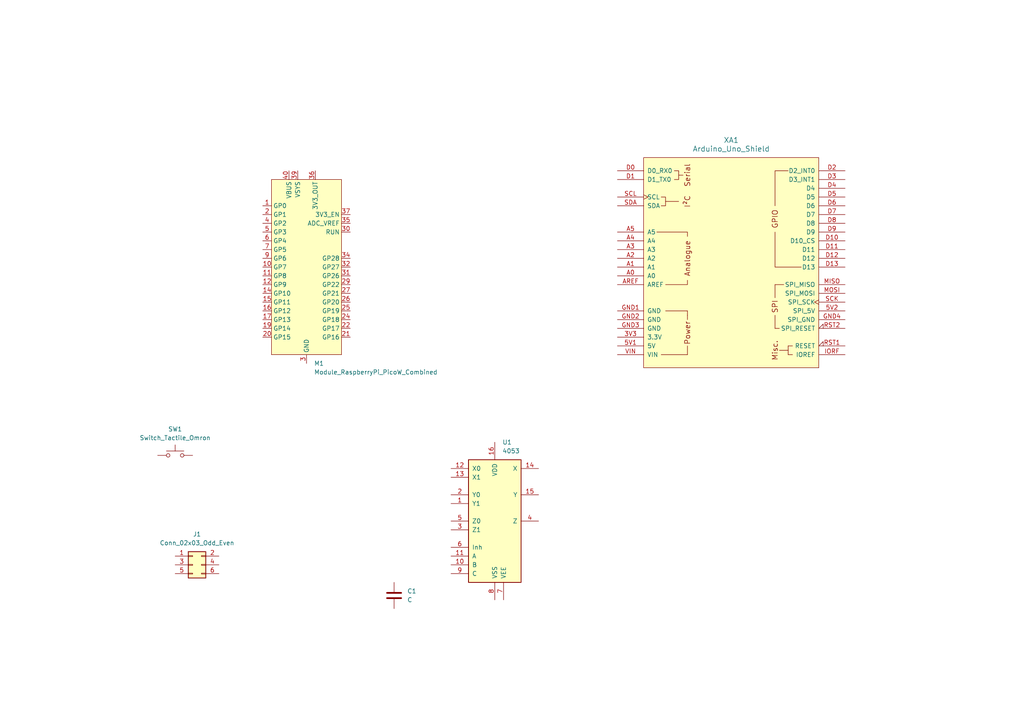
<source format=kicad_sch>
(kicad_sch (version 20230121) (generator eeschema)
  (paper "A4")
  (lib_symbols
    (symbol "4xxx:4053" (pin_names (offset 1.016))
      (property "Reference" "U" (at -7.62 19.05 0))
      (property "Value" "4053" (at -7.62 -19.05 0))
      (symbol "4053_1_0"
        (pin passive line (at -12.7 5.08 0) (length 5.08) (name "Y1") (number "1"))
        (pin input line (at -12.7 -12.7 0) (length 5.08) (name "B") (number "10"))
        (pin input line (at -12.7 -10.16 0) (length 5.08) (name "A") (number "11"))
        (pin passive line (at -12.7 15.24 0) (length 5.08) (name "X0") (number "12"))
        (pin passive line (at -12.7 12.7 0) (length 5.08) (name "X1") (number "13"))
        (pin passive line (at 12.7 15.24 180) (length 5.08) (name "X") (number "14"))
        (pin passive line (at 12.7 7.62 180) (length 5.08) (name "Y") (number "15"))
        (pin power_in line (at 0 22.86 270) (length 5.08) (name "VDD") (number "16"))
        (pin passive line (at -12.7 7.62 0) (length 5.08) (name "Y0") (number "2"))
        (pin passive line (at -12.7 -2.54 0) (length 5.08) (name "Z1") (number "3"))
        (pin passive line (at 12.7 0 180) (length 5.08) (name "Z") (number "4"))
        (pin passive line (at -12.7 0 0) (length 5.08) (name "Z0") (number "5"))
        (pin input line (at -12.7 -7.62 0) (length 5.08) (name "Inh") (number "6"))
        (pin power_in line (at 2.54 -22.86 90) (length 5.08) (name "VEE") (number "7"))
        (pin power_in line (at 0 -22.86 90) (length 5.08) (name "VSS") (number "8"))
        (pin input line (at -12.7 -15.24 0) (length 5.08) (name "C") (number "9"))
      )
      (symbol "4053_1_1"
        (rectangle (start -7.62 17.78) (end 7.62 -17.78) (stroke (width 0.254)) (fill (type background)))
      )
    )
    (symbol "Connector_Generic:Conn_02x03_Odd_Even" (pin_names (offset 1.016) hide)
      (property "Reference" "J" (at 1.27 5.08 0))
      (property "Value" "Conn_02x03_Odd_Even" (at 1.27 -5.08 0))
      (symbol "Conn_02x03_Odd_Even_1_1"
        (rectangle (start -1.27 -2.413) (end 0 -2.667) (stroke (width 0.1524)))
        (rectangle (start -1.27 0.127) (end 0 -0.127) (stroke (width 0.1524)))
        (rectangle (start -1.27 2.667) (end 0 2.413) (stroke (width 0.1524)))
        (rectangle (start -1.27 3.81) (end 3.81 -3.81) (stroke (width 0.254)) (fill (type background)))
        (rectangle (start 3.81 -2.413) (end 2.54 -2.667) (stroke (width 0.1524)))
        (rectangle (start 3.81 0.127) (end 2.54 -0.127) (stroke (width 0.1524)))
        (rectangle (start 3.81 2.667) (end 2.54 2.413) (stroke (width 0.1524)))
        (pin passive line (at -5.08 2.54 0) (length 3.81) (name "Pin_1") (number "1"))
        (pin passive line (at 7.62 2.54 180) (length 3.81) (name "Pin_2") (number "2"))
        (pin passive line (at -5.08 0 0) (length 3.81) (name "Pin_3") (number "3"))
        (pin passive line (at 7.62 0 180) (length 3.81) (name "Pin_4") (number "4"))
        (pin passive line (at -5.08 -2.54 0) (length 3.81) (name "Pin_5") (number "5"))
        (pin passive line (at 7.62 -2.54 180) (length 3.81) (name "Pin_6") (number "6"))
      )
    )
    (symbol "Device:C" (pin_numbers hide) (pin_names (offset 0.254))
      (property "Reference" "C" (at 0.635 2.54 0))
      (property "Value" "C" (at 0.635 -2.54 0))
      (symbol "C_0_1"
        (polyline (pts (xy -2.032 -0.762) (xy 2.032 -0.762)) (stroke (width 0.508)))
        (polyline (pts (xy -2.032 0.762) (xy 2.032 0.762)) (stroke (width 0.508)))
      )
      (symbol "C_1_1"
        (pin passive line (at 0 3.81 270) (length 2.794) (name "~") (number "1"))
        (pin passive line (at 0 -3.81 90) (length 2.794) (name "~") (number "2"))
      )
    )
    (symbol "arduino:Arduino_Uno_Shield" (pin_names (offset 1.016))
      (property "Reference" "XA" (at 2.54 0 90))
      (property "Value" "Arduino_Uno_Shield" (at -2.54 0 90))
      (symbol "Arduino_Uno_Shield_0_0"
        (rectangle (start -25.4 30.48) (end 25.4 -30.48) (fill (type background)))
        (rectangle (start -20.32 -26.67) (end -12.7 -26.67))
        (rectangle (start -19.05 -13.97) (end -12.7 -13.97))
        (polyline (pts (xy -19.05 17.78) (xy -15.24 17.78)))
        (polyline (pts (xy -15.24 25.4) (xy -13.97 25.4)))
        (polyline (pts (xy -12.7 -26.67) (xy -12.7 -24.13)))
        (polyline (pts (xy -12.7 -15.24) (xy -12.7 -16.51)))
        (polyline (pts (xy -12.7 -13.97) (xy -12.7 -15.24)))
        (polyline (pts (xy -12.7 -5.08) (xy -12.7 -6.35) (xy -19.05 -6.35)))
        (polyline (pts (xy -12.7 7.62) (xy -12.7 8.89) (xy -21.59 8.89)))
        (polyline (pts (xy 12.7 8.89) (xy 12.7 -1.27) (xy 20.32 -1.27)))
        (polyline (pts (xy 12.7 16.51) (xy 12.7 26.67) (xy 16.51 26.67)))
        (polyline (pts (xy -20.32 19.05) (xy -19.05 19.05) (xy -19.05 16.51) (xy -20.32 16.51)))
        (polyline (pts (xy -16.51 26.67) (xy -15.24 26.67) (xy -15.24 24.13) (xy -16.51 24.13)))
        (rectangle (start 12.7 -19.05) (end 12.7 -15.24))
        (rectangle (start 12.7 -10.16) (end 12.7 -6.35))
        (rectangle (start 13.97 -19.05) (end 12.7 -19.05))
        (rectangle (start 15.24 -6.35) (end 12.7 -6.35))
        (rectangle (start 16.51 -25.4) (end 13.97 -25.4))
        (rectangle (start 16.51 -24.13) (end 16.51 -26.67))
        (rectangle (start 17.78 -26.67) (end 16.51 -26.67))
        (rectangle (start 17.78 -24.13) (end 16.51 -24.13))
        (text "Analogue" (at -12.7 1.27 900) (effects (font (size 1.524 1.524))))
        (text "I²C" (at -12.7 17.78 900) (effects (font (size 1.524 1.524))))
        (text "Misc." (at 12.7 -25.4 900) (effects (font (size 1.524 1.524))))
        (text "Power" (at -12.7 -20.32 900) (effects (font (size 1.524 1.524))))
        (text "Serial" (at -12.7 25.4 900) (effects (font (size 1.524 1.524))))
        (text "SPI" (at 12.7 -12.7 900) (effects (font (size 1.524 1.524))))
      )
      (symbol "Arduino_Uno_Shield_1_0"
        (text "GPIO" (at 12.7 12.7 900) (effects (font (size 1.524 1.524))))
      )
      (symbol "Arduino_Uno_Shield_1_1"
        (pin power_in line (at -33.02 -21.59 0) (length 7.62) (name "3.3V") (number "3V3"))
        (pin power_in line (at -33.02 -24.13 0) (length 7.62) (name "5V") (number "5V1"))
        (pin power_in line (at 33.02 -13.97 180) (length 7.62) (name "SPI_5V") (number "5V2"))
        (pin bidirectional line (at -33.02 -3.81 0) (length 7.62) (name "A0") (number "A0"))
        (pin bidirectional line (at -33.02 -1.27 0) (length 7.62) (name "A1") (number "A1"))
        (pin bidirectional line (at -33.02 1.27 0) (length 7.62) (name "A2") (number "A2"))
        (pin bidirectional line (at -33.02 3.81 0) (length 7.62) (name "A3") (number "A3"))
        (pin bidirectional line (at -33.02 6.35 0) (length 7.62) (name "A4") (number "A4"))
        (pin bidirectional line (at -33.02 8.89 0) (length 7.62) (name "A5") (number "A5"))
        (pin input line (at -33.02 -6.35 0) (length 7.62) (name "AREF") (number "AREF"))
        (pin bidirectional line (at -33.02 26.67 0) (length 7.62) (name "D0_RX0") (number "D0"))
        (pin bidirectional line (at -33.02 24.13 0) (length 7.62) (name "D1_TX0") (number "D1"))
        (pin bidirectional line (at 33.02 6.35 180) (length 7.62) (name "D10_CS") (number "D10"))
        (pin bidirectional line (at 33.02 3.81 180) (length 7.62) (name "D11") (number "D11"))
        (pin bidirectional line (at 33.02 1.27 180) (length 7.62) (name "D12") (number "D12"))
        (pin bidirectional line (at 33.02 -1.27 180) (length 7.62) (name "D13") (number "D13"))
        (pin bidirectional line (at 33.02 26.67 180) (length 7.62) (name "D2_INT0") (number "D2"))
        (pin bidirectional line (at 33.02 24.13 180) (length 7.62) (name "D3_INT1") (number "D3"))
        (pin bidirectional line (at 33.02 21.59 180) (length 7.62) (name "D4") (number "D4"))
        (pin bidirectional line (at 33.02 19.05 180) (length 7.62) (name "D5") (number "D5"))
        (pin bidirectional line (at 33.02 16.51 180) (length 7.62) (name "D6") (number "D6"))
        (pin bidirectional line (at 33.02 13.97 180) (length 7.62) (name "D7") (number "D7"))
        (pin bidirectional line (at 33.02 11.43 180) (length 7.62) (name "D8") (number "D8"))
        (pin bidirectional line (at 33.02 8.89 180) (length 7.62) (name "D9") (number "D9"))
        (pin power_in line (at -33.02 -13.97 0) (length 7.62) (name "GND") (number "GND1"))
        (pin power_in line (at -33.02 -16.51 0) (length 7.62) (name "GND") (number "GND2"))
        (pin power_in line (at -33.02 -19.05 0) (length 7.62) (name "GND") (number "GND3"))
        (pin power_in line (at 33.02 -16.51 180) (length 7.62) (name "SPI_GND") (number "GND4"))
        (pin output line (at 33.02 -26.67 180) (length 7.62) (name "IOREF") (number "IORF"))
        (pin input line (at 33.02 -6.35 180) (length 7.62) (name "SPI_MISO") (number "MISO"))
        (pin output line (at 33.02 -8.89 180) (length 7.62) (name "SPI_MOSI") (number "MOSI"))
        (pin open_collector input_low (at 33.02 -24.13 180) (length 7.62) (name "RESET") (number "RST1"))
        (pin open_collector input_low (at 33.02 -19.05 180) (length 7.62) (name "SPI_RESET") (number "RST2"))
        (pin output clock (at 33.02 -11.43 180) (length 7.62) (name "SPI_SCK") (number "SCK"))
        (pin bidirectional clock (at -33.02 19.05 0) (length 7.62) (name "SCL") (number "SCL"))
        (pin bidirectional line (at -33.02 16.51 0) (length 7.62) (name "SDA") (number "SDA"))
        (pin power_in line (at -33.02 -26.67 0) (length 7.62) (name "VIN") (number "VIN"))
      )
    )
    (symbol "fab:Module_RaspberryPi_PicoW_Combined"
      (property "Reference" "M" (at 0 0 0))
      (property "Value" "Module_RaspberryPi_PicoW_Combined" (at 0 0 0))
      (symbol "Module_RaspberryPi_PicoW_Combined_1_1"
        (rectangle (start -10.16 25.4) (end 10.16 -25.4) (fill (type background)))
        (pin bidirectional line (at -12.7 17.78 0) (length 2.54) (name "GP0") (number "1"))
        (pin bidirectional line (at -12.7 0 0) (length 2.54) (name "GP7") (number "10"))
        (pin bidirectional line (at -12.7 -2.54 0) (length 2.54) (name "GP8") (number "11"))
        (pin bidirectional line (at -12.7 -5.08 0) (length 2.54) (name "GP9") (number "12"))
        (pin passive line (at 0 -27.94 90) (length 2.54) hide (name "GND") (number "13"))
        (pin bidirectional line (at -12.7 -7.62 0) (length 2.54) (name "GP10") (number "14"))
        (pin bidirectional line (at -12.7 -10.16 0) (length 2.54) (name "GP11") (number "15"))
        (pin bidirectional line (at -12.7 -12.7 0) (length 2.54) (name "GP12") (number "16"))
        (pin bidirectional line (at -12.7 -15.24 0) (length 2.54) (name "GP13") (number "17"))
        (pin passive line (at 0 -27.94 90) (length 2.54) hide (name "GND") (number "18"))
        (pin bidirectional line (at -12.7 -17.78 0) (length 2.54) (name "GP14") (number "19"))
        (pin bidirectional line (at -12.7 15.24 0) (length 2.54) (name "GP1") (number "2"))
        (pin bidirectional line (at -12.7 -20.32 0) (length 2.54) (name "GP15") (number "20"))
        (pin bidirectional line (at 12.7 -20.32 180) (length 2.54) (name "GP16") (number "21"))
        (pin bidirectional line (at 12.7 -17.78 180) (length 2.54) (name "GP17") (number "22"))
        (pin passive line (at 0 -27.94 90) (length 2.54) hide (name "GND") (number "23"))
        (pin bidirectional line (at 12.7 -15.24 180) (length 2.54) (name "GP18") (number "24"))
        (pin bidirectional line (at 12.7 -12.7 180) (length 2.54) (name "GP19") (number "25"))
        (pin bidirectional line (at 12.7 -10.16 180) (length 2.54) (name "GP20") (number "26"))
        (pin bidirectional line (at 12.7 -7.62 180) (length 2.54) (name "GP21") (number "27"))
        (pin passive line (at 0 -27.94 90) (length 2.54) hide (name "GND") (number "28"))
        (pin bidirectional line (at 12.7 -5.08 180) (length 2.54) (name "GP22") (number "29"))
        (pin power_in line (at 0 -27.94 90) (length 2.54) (name "GND") (number "3"))
        (pin input line (at 12.7 10.16 180) (length 2.54) (name "RUN") (number "30"))
        (pin bidirectional line (at 12.7 -2.54 180) (length 2.54) (name "GP26") (number "31"))
        (pin bidirectional line (at 12.7 0 180) (length 2.54) (name "GP27") (number "32"))
        (pin passive line (at 0 -27.94 90) (length 2.54) hide (name "GND") (number "33"))
        (pin bidirectional line (at 12.7 2.54 180) (length 2.54) (name "GP28") (number "34"))
        (pin input line (at 12.7 12.7 180) (length 2.54) (name "ADC_VREF") (number "35"))
        (pin power_in line (at 2.54 27.94 270) (length 2.54) (name "3V3_OUT") (number "36"))
        (pin input line (at 12.7 15.24 180) (length 2.54) (name "3V3_EN") (number "37"))
        (pin passive line (at 0 -27.94 90) (length 2.54) hide (name "GND") (number "38"))
        (pin power_in line (at -2.54 27.94 270) (length 2.54) (name "VSYS") (number "39"))
        (pin bidirectional line (at -12.7 12.7 0) (length 2.54) (name "GP2") (number "4"))
        (pin power_in line (at -5.08 27.94 270) (length 2.54) (name "VBUS") (number "40"))
        (pin bidirectional line (at -12.7 10.16 0) (length 2.54) (name "GP3") (number "5"))
        (pin bidirectional line (at -12.7 7.62 0) (length 2.54) (name "GP4") (number "6"))
        (pin bidirectional line (at -12.7 5.08 0) (length 2.54) (name "GP5") (number "7"))
        (pin passive line (at 0 -27.94 90) (length 2.54) hide (name "GND") (number "8"))
        (pin bidirectional line (at -12.7 2.54 0) (length 2.54) (name "GP6") (number "9"))
      )
    )
    (symbol "fab:Switch_Tactile_Omron" (pin_numbers hide) (pin_names (offset 1.016) hide)
      (property "Reference" "SW" (at 1.27 2.54 0))
      (property "Value" "Switch_Tactile_Omron" (at 0 -1.524 0))
      (symbol "Switch_Tactile_Omron_0_1"
        (circle (center -2.032 0) (radius 0.508))
        (polyline (pts (xy 0 1.27) (xy 0 3.048)))
        (polyline (pts (xy 2.54 1.27) (xy -2.54 1.27)))
        (circle (center 2.032 0) (radius 0.508))
        (pin passive line (at -5.08 0 0) (length 2.54) (name "1") (number "1"))
        (pin passive line (at 5.08 0 180) (length 2.54) (name "2") (number "2"))
      )
    )
  )
  (symbol (lib_id "4xxx:4053") (at 143.51 151.13 0) (unit 1)
    (property "Reference" "U1" (at 145.7041 128.27 0) (effects (justify left)))
    (property "Value" "4053" (at 145.7041 130.81 0) (effects (justify left)))
    (property "Datasheet" "http://www.intersil.com/content/dam/Intersil/documents/cd40/cd4051bms-52bms-53bms.pdf" (effects hide))
  )
  (symbol (lib_id "Device:C") (at 114.3 172.72 0) (unit 1)
    (property "Reference" "C1" (at 118.11 171.45 0) (effects (justify left)))
    (property "Value" "C" (at 118.11 173.99 0) (effects (justify left)))
  )
  (symbol (lib_id "fab:Switch_Tactile_Omron") (at 50.8 132.08 0) (unit 1)
    (property "Reference" "SW1" (at 50.8 124.46 0))
    (property "Value" "Switch_Tactile_Omron" (at 50.8 127 0))
    (property "Footprint" "fab:Button_Omron_B3SN_6.0x6.0mm" (effects hide))
    (property "Datasheet" "https://omronfs.omron.com/en_US/ecb/products/pdf/en-b3sn.pdf" (effects hide))
  )
  (symbol (lib_id "arduino:Arduino_Uno_Shield") (at 212.09 76.2 0) (unit 1)
    (property "Reference" "XA1" (at 212.09 40.64 0) (effects (font (size 1.524 1.524))))
    (property "Value" "Arduino_Uno_Shield" (at 212.09 43.18 0) (effects (font (size 1.524 1.524))))
    (property "Datasheet" "https://store.arduino.cc/arduino-uno-rev3" (effects hide))
  )
  (symbol (lib_id "fab:Module_RaspberryPi_PicoW_Combined") (at 88.9 77.47 0) (unit 1)
    (property "Reference" "M1" (at 91.0941 105.41 0) (effects (justify left)))
    (property "Value" "Module_RaspberryPi_PicoW_Combined" (at 91.0941 107.95 0) (effects (justify left)))
    (property "Footprint" "fab:RaspberryPi_PicoW_Combined" (effects hide))
    (property "Datasheet" "https://datasheets.raspberrypi.com/picow/pico-w-datasheet.pdf" (effects hide))
  )
  (symbol (lib_id "Connector_Generic:Conn_02x03_Odd_Even") (at 55.88 163.83 0) (unit 1)
    (property "Reference" "J1" (at 57.15 154.94 0))
    (property "Value" "Conn_02x03_Odd_Even" (at 57.15 157.48 0))
  )
)
</source>
